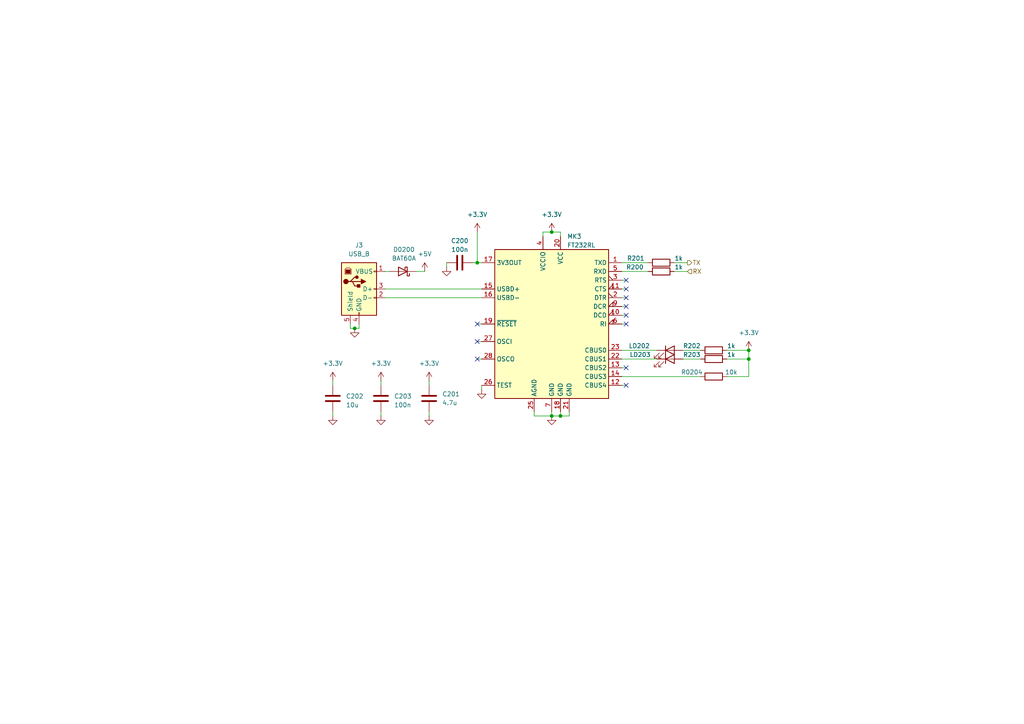
<source format=kicad_sch>
(kicad_sch
	(version 20250114)
	(generator "eeschema")
	(generator_version "9.0")
	(uuid "9f362a76-2cbc-4994-896b-5ac07228c9da")
	(paper "A4")
	(title_block
		(date "2025-02-23")
		(comment 1 "RS232")
		(comment 2 "Филимонов С.В.")
		(comment 3 "Семеренко Д.А.")
		(comment 4 "Тищенко Л.А.")
	)
	(lib_symbols
		(symbol "Connector:USB_B"
			(pin_names
				(offset 1.016)
			)
			(exclude_from_sim no)
			(in_bom yes)
			(on_board yes)
			(property "Reference" "J"
				(at -5.08 11.43 0)
				(effects
					(font
						(size 1.27 1.27)
					)
					(justify left)
				)
			)
			(property "Value" "USB_B"
				(at -5.08 8.89 0)
				(effects
					(font
						(size 1.27 1.27)
					)
					(justify left)
				)
			)
			(property "Footprint" ""
				(at 3.81 -1.27 0)
				(effects
					(font
						(size 1.27 1.27)
					)
					(hide yes)
				)
			)
			(property "Datasheet" "~"
				(at 3.81 -1.27 0)
				(effects
					(font
						(size 1.27 1.27)
					)
					(hide yes)
				)
			)
			(property "Description" "USB Type B connector"
				(at 0 0 0)
				(effects
					(font
						(size 1.27 1.27)
					)
					(hide yes)
				)
			)
			(property "ki_keywords" "connector USB"
				(at 0 0 0)
				(effects
					(font
						(size 1.27 1.27)
					)
					(hide yes)
				)
			)
			(property "ki_fp_filters" "USB*"
				(at 0 0 0)
				(effects
					(font
						(size 1.27 1.27)
					)
					(hide yes)
				)
			)
			(symbol "USB_B_0_1"
				(rectangle
					(start -5.08 -7.62)
					(end 5.08 7.62)
					(stroke
						(width 0.254)
						(type default)
					)
					(fill
						(type background)
					)
				)
				(polyline
					(pts
						(xy -4.064 4.318) (xy -2.286 4.318) (xy -2.286 5.715) (xy -2.667 6.096) (xy -3.683 6.096) (xy -4.064 5.715)
						(xy -4.064 4.318)
					)
					(stroke
						(width 0)
						(type default)
					)
					(fill
						(type none)
					)
				)
				(rectangle
					(start -3.81 5.588)
					(end -2.54 4.572)
					(stroke
						(width 0)
						(type default)
					)
					(fill
						(type outline)
					)
				)
				(circle
					(center -3.81 2.159)
					(radius 0.635)
					(stroke
						(width 0.254)
						(type default)
					)
					(fill
						(type outline)
					)
				)
				(polyline
					(pts
						(xy -3.175 2.159) (xy -2.54 2.159) (xy -1.27 3.429) (xy -0.635 3.429)
					)
					(stroke
						(width 0.254)
						(type default)
					)
					(fill
						(type none)
					)
				)
				(polyline
					(pts
						(xy -2.54 2.159) (xy -1.905 2.159) (xy -1.27 0.889) (xy 0 0.889)
					)
					(stroke
						(width 0.254)
						(type default)
					)
					(fill
						(type none)
					)
				)
				(polyline
					(pts
						(xy -1.905 2.159) (xy 0.635 2.159)
					)
					(stroke
						(width 0.254)
						(type default)
					)
					(fill
						(type none)
					)
				)
				(circle
					(center -0.635 3.429)
					(radius 0.381)
					(stroke
						(width 0.254)
						(type default)
					)
					(fill
						(type outline)
					)
				)
				(rectangle
					(start -0.127 -7.62)
					(end 0.127 -6.858)
					(stroke
						(width 0)
						(type default)
					)
					(fill
						(type none)
					)
				)
				(rectangle
					(start 0.254 1.27)
					(end -0.508 0.508)
					(stroke
						(width 0.254)
						(type default)
					)
					(fill
						(type outline)
					)
				)
				(polyline
					(pts
						(xy 0.635 2.794) (xy 0.635 1.524) (xy 1.905 2.159) (xy 0.635 2.794)
					)
					(stroke
						(width 0.254)
						(type default)
					)
					(fill
						(type outline)
					)
				)
				(rectangle
					(start 5.08 4.953)
					(end 4.318 5.207)
					(stroke
						(width 0)
						(type default)
					)
					(fill
						(type none)
					)
				)
				(rectangle
					(start 5.08 -0.127)
					(end 4.318 0.127)
					(stroke
						(width 0)
						(type default)
					)
					(fill
						(type none)
					)
				)
				(rectangle
					(start 5.08 -2.667)
					(end 4.318 -2.413)
					(stroke
						(width 0)
						(type default)
					)
					(fill
						(type none)
					)
				)
			)
			(symbol "USB_B_1_1"
				(pin passive line
					(at -2.54 -10.16 90)
					(length 2.54)
					(name "Shield"
						(effects
							(font
								(size 1.27 1.27)
							)
						)
					)
					(number "5"
						(effects
							(font
								(size 1.27 1.27)
							)
						)
					)
				)
				(pin power_out line
					(at 0 -10.16 90)
					(length 2.54)
					(name "GND"
						(effects
							(font
								(size 1.27 1.27)
							)
						)
					)
					(number "4"
						(effects
							(font
								(size 1.27 1.27)
							)
						)
					)
				)
				(pin power_out line
					(at 7.62 5.08 180)
					(length 2.54)
					(name "VBUS"
						(effects
							(font
								(size 1.27 1.27)
							)
						)
					)
					(number "1"
						(effects
							(font
								(size 1.27 1.27)
							)
						)
					)
				)
				(pin bidirectional line
					(at 7.62 0 180)
					(length 2.54)
					(name "D+"
						(effects
							(font
								(size 1.27 1.27)
							)
						)
					)
					(number "3"
						(effects
							(font
								(size 1.27 1.27)
							)
						)
					)
				)
				(pin bidirectional line
					(at 7.62 -2.54 180)
					(length 2.54)
					(name "D-"
						(effects
							(font
								(size 1.27 1.27)
							)
						)
					)
					(number "2"
						(effects
							(font
								(size 1.27 1.27)
							)
						)
					)
				)
			)
			(embedded_fonts no)
		)
		(symbol "Device:C"
			(pin_numbers
				(hide yes)
			)
			(pin_names
				(offset 0.254)
			)
			(exclude_from_sim no)
			(in_bom yes)
			(on_board yes)
			(property "Reference" "C"
				(at 0.635 2.54 0)
				(effects
					(font
						(size 1.27 1.27)
					)
					(justify left)
				)
			)
			(property "Value" "C"
				(at 0.635 -2.54 0)
				(effects
					(font
						(size 1.27 1.27)
					)
					(justify left)
				)
			)
			(property "Footprint" ""
				(at 0.9652 -3.81 0)
				(effects
					(font
						(size 1.27 1.27)
					)
					(hide yes)
				)
			)
			(property "Datasheet" "~"
				(at 0 0 0)
				(effects
					(font
						(size 1.27 1.27)
					)
					(hide yes)
				)
			)
			(property "Description" "Unpolarized capacitor"
				(at 0 0 0)
				(effects
					(font
						(size 1.27 1.27)
					)
					(hide yes)
				)
			)
			(property "ki_keywords" "cap capacitor"
				(at 0 0 0)
				(effects
					(font
						(size 1.27 1.27)
					)
					(hide yes)
				)
			)
			(property "ki_fp_filters" "C_*"
				(at 0 0 0)
				(effects
					(font
						(size 1.27 1.27)
					)
					(hide yes)
				)
			)
			(symbol "C_0_1"
				(polyline
					(pts
						(xy -2.032 0.762) (xy 2.032 0.762)
					)
					(stroke
						(width 0.508)
						(type default)
					)
					(fill
						(type none)
					)
				)
				(polyline
					(pts
						(xy -2.032 -0.762) (xy 2.032 -0.762)
					)
					(stroke
						(width 0.508)
						(type default)
					)
					(fill
						(type none)
					)
				)
			)
			(symbol "C_1_1"
				(pin passive line
					(at 0 3.81 270)
					(length 2.794)
					(name "~"
						(effects
							(font
								(size 1.27 1.27)
							)
						)
					)
					(number "1"
						(effects
							(font
								(size 1.27 1.27)
							)
						)
					)
				)
				(pin passive line
					(at 0 -3.81 90)
					(length 2.794)
					(name "~"
						(effects
							(font
								(size 1.27 1.27)
							)
						)
					)
					(number "2"
						(effects
							(font
								(size 1.27 1.27)
							)
						)
					)
				)
			)
			(embedded_fonts no)
		)
		(symbol "Device:LED"
			(pin_numbers
				(hide yes)
			)
			(pin_names
				(offset 1.016)
				(hide yes)
			)
			(exclude_from_sim no)
			(in_bom yes)
			(on_board yes)
			(property "Reference" "D"
				(at 0 2.54 0)
				(effects
					(font
						(size 1.27 1.27)
					)
				)
			)
			(property "Value" "LED"
				(at 0 -2.54 0)
				(effects
					(font
						(size 1.27 1.27)
					)
				)
			)
			(property "Footprint" ""
				(at 0 0 0)
				(effects
					(font
						(size 1.27 1.27)
					)
					(hide yes)
				)
			)
			(property "Datasheet" "~"
				(at 0 0 0)
				(effects
					(font
						(size 1.27 1.27)
					)
					(hide yes)
				)
			)
			(property "Description" "Light emitting diode"
				(at 0 0 0)
				(effects
					(font
						(size 1.27 1.27)
					)
					(hide yes)
				)
			)
			(property "ki_keywords" "LED diode"
				(at 0 0 0)
				(effects
					(font
						(size 1.27 1.27)
					)
					(hide yes)
				)
			)
			(property "ki_fp_filters" "LED* LED_SMD:* LED_THT:*"
				(at 0 0 0)
				(effects
					(font
						(size 1.27 1.27)
					)
					(hide yes)
				)
			)
			(symbol "LED_0_1"
				(polyline
					(pts
						(xy -3.048 -0.762) (xy -4.572 -2.286) (xy -3.81 -2.286) (xy -4.572 -2.286) (xy -4.572 -1.524)
					)
					(stroke
						(width 0)
						(type default)
					)
					(fill
						(type none)
					)
				)
				(polyline
					(pts
						(xy -1.778 -0.762) (xy -3.302 -2.286) (xy -2.54 -2.286) (xy -3.302 -2.286) (xy -3.302 -1.524)
					)
					(stroke
						(width 0)
						(type default)
					)
					(fill
						(type none)
					)
				)
				(polyline
					(pts
						(xy -1.27 0) (xy 1.27 0)
					)
					(stroke
						(width 0)
						(type default)
					)
					(fill
						(type none)
					)
				)
				(polyline
					(pts
						(xy -1.27 -1.27) (xy -1.27 1.27)
					)
					(stroke
						(width 0.254)
						(type default)
					)
					(fill
						(type none)
					)
				)
				(polyline
					(pts
						(xy 1.27 -1.27) (xy 1.27 1.27) (xy -1.27 0) (xy 1.27 -1.27)
					)
					(stroke
						(width 0.254)
						(type default)
					)
					(fill
						(type none)
					)
				)
			)
			(symbol "LED_1_1"
				(pin passive line
					(at -3.81 0 0)
					(length 2.54)
					(name "K"
						(effects
							(font
								(size 1.27 1.27)
							)
						)
					)
					(number "1"
						(effects
							(font
								(size 1.27 1.27)
							)
						)
					)
				)
				(pin passive line
					(at 3.81 0 180)
					(length 2.54)
					(name "A"
						(effects
							(font
								(size 1.27 1.27)
							)
						)
					)
					(number "2"
						(effects
							(font
								(size 1.27 1.27)
							)
						)
					)
				)
			)
			(embedded_fonts no)
		)
		(symbol "Device:R"
			(pin_numbers
				(hide yes)
			)
			(pin_names
				(offset 0)
			)
			(exclude_from_sim no)
			(in_bom yes)
			(on_board yes)
			(property "Reference" "R"
				(at 2.032 0 90)
				(effects
					(font
						(size 1.27 1.27)
					)
				)
			)
			(property "Value" "R"
				(at 0 0 90)
				(effects
					(font
						(size 1.27 1.27)
					)
				)
			)
			(property "Footprint" ""
				(at -1.778 0 90)
				(effects
					(font
						(size 1.27 1.27)
					)
					(hide yes)
				)
			)
			(property "Datasheet" "~"
				(at 0 0 0)
				(effects
					(font
						(size 1.27 1.27)
					)
					(hide yes)
				)
			)
			(property "Description" "Resistor"
				(at 0 0 0)
				(effects
					(font
						(size 1.27 1.27)
					)
					(hide yes)
				)
			)
			(property "ki_keywords" "R res resistor"
				(at 0 0 0)
				(effects
					(font
						(size 1.27 1.27)
					)
					(hide yes)
				)
			)
			(property "ki_fp_filters" "R_*"
				(at 0 0 0)
				(effects
					(font
						(size 1.27 1.27)
					)
					(hide yes)
				)
			)
			(symbol "R_0_1"
				(rectangle
					(start -1.016 -2.54)
					(end 1.016 2.54)
					(stroke
						(width 0.254)
						(type default)
					)
					(fill
						(type none)
					)
				)
			)
			(symbol "R_1_1"
				(pin passive line
					(at 0 3.81 270)
					(length 1.27)
					(name "~"
						(effects
							(font
								(size 1.27 1.27)
							)
						)
					)
					(number "1"
						(effects
							(font
								(size 1.27 1.27)
							)
						)
					)
				)
				(pin passive line
					(at 0 -3.81 90)
					(length 1.27)
					(name "~"
						(effects
							(font
								(size 1.27 1.27)
							)
						)
					)
					(number "2"
						(effects
							(font
								(size 1.27 1.27)
							)
						)
					)
				)
			)
			(embedded_fonts no)
		)
		(symbol "Diode:BAT60A"
			(pin_numbers
				(hide yes)
			)
			(pin_names
				(offset 1.016)
				(hide yes)
			)
			(exclude_from_sim no)
			(in_bom yes)
			(on_board yes)
			(property "Reference" "D"
				(at 0 2.54 0)
				(effects
					(font
						(size 1.27 1.27)
					)
				)
			)
			(property "Value" "BAT60A"
				(at 0 -2.54 0)
				(effects
					(font
						(size 1.27 1.27)
					)
				)
			)
			(property "Footprint" "Diode_SMD:D_SOD-323"
				(at 0 -4.445 0)
				(effects
					(font
						(size 1.27 1.27)
					)
					(hide yes)
				)
			)
			(property "Datasheet" "https://www.infineon.com/dgdl/Infineon-BAT60ASERIES-DS-v01_01-en.pdf?fileId=db3a304313d846880113def70c9304a9"
				(at 0 0 0)
				(effects
					(font
						(size 1.27 1.27)
					)
					(hide yes)
				)
			)
			(property "Description" "10V 3A High Current Recitifier Schottky Diode, SOD-323"
				(at 0 0 0)
				(effects
					(font
						(size 1.27 1.27)
					)
					(hide yes)
				)
			)
			(property "ki_keywords" "diode Schottky"
				(at 0 0 0)
				(effects
					(font
						(size 1.27 1.27)
					)
					(hide yes)
				)
			)
			(property "ki_fp_filters" "D*SOD?323*"
				(at 0 0 0)
				(effects
					(font
						(size 1.27 1.27)
					)
					(hide yes)
				)
			)
			(symbol "BAT60A_0_1"
				(polyline
					(pts
						(xy -1.905 0.635) (xy -1.905 1.27) (xy -1.27 1.27) (xy -1.27 -1.27) (xy -0.635 -1.27) (xy -0.635 -0.635)
					)
					(stroke
						(width 0.254)
						(type default)
					)
					(fill
						(type none)
					)
				)
				(polyline
					(pts
						(xy 1.27 1.27) (xy 1.27 -1.27) (xy -1.27 0) (xy 1.27 1.27)
					)
					(stroke
						(width 0.254)
						(type default)
					)
					(fill
						(type none)
					)
				)
				(polyline
					(pts
						(xy 1.27 0) (xy -1.27 0)
					)
					(stroke
						(width 0)
						(type default)
					)
					(fill
						(type none)
					)
				)
			)
			(symbol "BAT60A_1_1"
				(pin passive line
					(at -3.81 0 0)
					(length 2.54)
					(name "K"
						(effects
							(font
								(size 1.27 1.27)
							)
						)
					)
					(number "1"
						(effects
							(font
								(size 1.27 1.27)
							)
						)
					)
				)
				(pin passive line
					(at 3.81 0 180)
					(length 2.54)
					(name "A"
						(effects
							(font
								(size 1.27 1.27)
							)
						)
					)
					(number "2"
						(effects
							(font
								(size 1.27 1.27)
							)
						)
					)
				)
			)
			(embedded_fonts no)
		)
		(symbol "Interface_USB:FT232RL"
			(exclude_from_sim no)
			(in_bom yes)
			(on_board yes)
			(property "Reference" "U"
				(at -16.51 22.86 0)
				(effects
					(font
						(size 1.27 1.27)
					)
					(justify left)
				)
			)
			(property "Value" "FT232RL"
				(at 10.16 22.86 0)
				(effects
					(font
						(size 1.27 1.27)
					)
					(justify left)
				)
			)
			(property "Footprint" "Package_SO:SSOP-28_5.3x10.2mm_P0.65mm"
				(at 27.94 -22.86 0)
				(effects
					(font
						(size 1.27 1.27)
					)
					(hide yes)
				)
			)
			(property "Datasheet" "https://www.ftdichip.com/Support/Documents/DataSheets/ICs/DS_FT232R.pdf"
				(at 0 0 0)
				(effects
					(font
						(size 1.27 1.27)
					)
					(hide yes)
				)
			)
			(property "Description" "USB to Serial Interface, SSOP-28"
				(at 0 0 0)
				(effects
					(font
						(size 1.27 1.27)
					)
					(hide yes)
				)
			)
			(property "ki_keywords" "FTDI USB Serial"
				(at 0 0 0)
				(effects
					(font
						(size 1.27 1.27)
					)
					(hide yes)
				)
			)
			(property "ki_fp_filters" "SSOP*5.3x10.2mm*P0.65mm*"
				(at 0 0 0)
				(effects
					(font
						(size 1.27 1.27)
					)
					(hide yes)
				)
			)
			(symbol "FT232RL_0_1"
				(rectangle
					(start -16.51 21.59)
					(end 16.51 -21.59)
					(stroke
						(width 0.254)
						(type default)
					)
					(fill
						(type background)
					)
				)
			)
			(symbol "FT232RL_1_1"
				(pin power_out line
					(at -20.32 17.78 0)
					(length 3.81)
					(name "3V3OUT"
						(effects
							(font
								(size 1.27 1.27)
							)
						)
					)
					(number "17"
						(effects
							(font
								(size 1.27 1.27)
							)
						)
					)
				)
				(pin bidirectional line
					(at -20.32 10.16 0)
					(length 3.81)
					(name "USBD+"
						(effects
							(font
								(size 1.27 1.27)
							)
						)
					)
					(number "15"
						(effects
							(font
								(size 1.27 1.27)
							)
						)
					)
				)
				(pin bidirectional line
					(at -20.32 7.62 0)
					(length 3.81)
					(name "USBD-"
						(effects
							(font
								(size 1.27 1.27)
							)
						)
					)
					(number "16"
						(effects
							(font
								(size 1.27 1.27)
							)
						)
					)
				)
				(pin input line
					(at -20.32 0 0)
					(length 3.81)
					(name "~{RESET}"
						(effects
							(font
								(size 1.27 1.27)
							)
						)
					)
					(number "19"
						(effects
							(font
								(size 1.27 1.27)
							)
						)
					)
				)
				(pin input line
					(at -20.32 -5.08 0)
					(length 3.81)
					(name "OSCI"
						(effects
							(font
								(size 1.27 1.27)
							)
						)
					)
					(number "27"
						(effects
							(font
								(size 1.27 1.27)
							)
						)
					)
				)
				(pin output line
					(at -20.32 -10.16 0)
					(length 3.81)
					(name "OSCO"
						(effects
							(font
								(size 1.27 1.27)
							)
						)
					)
					(number "28"
						(effects
							(font
								(size 1.27 1.27)
							)
						)
					)
				)
				(pin input line
					(at -20.32 -17.78 0)
					(length 3.81)
					(name "TEST"
						(effects
							(font
								(size 1.27 1.27)
							)
						)
					)
					(number "26"
						(effects
							(font
								(size 1.27 1.27)
							)
						)
					)
				)
				(pin power_in line
					(at -5.08 -25.4 90)
					(length 3.81)
					(name "AGND"
						(effects
							(font
								(size 1.27 1.27)
							)
						)
					)
					(number "25"
						(effects
							(font
								(size 1.27 1.27)
							)
						)
					)
				)
				(pin power_in line
					(at -2.54 25.4 270)
					(length 3.81)
					(name "VCCIO"
						(effects
							(font
								(size 1.27 1.27)
							)
						)
					)
					(number "4"
						(effects
							(font
								(size 1.27 1.27)
							)
						)
					)
				)
				(pin power_in line
					(at 0 -25.4 90)
					(length 3.81)
					(name "GND"
						(effects
							(font
								(size 1.27 1.27)
							)
						)
					)
					(number "7"
						(effects
							(font
								(size 1.27 1.27)
							)
						)
					)
				)
				(pin power_in line
					(at 2.54 25.4 270)
					(length 3.81)
					(name "VCC"
						(effects
							(font
								(size 1.27 1.27)
							)
						)
					)
					(number "20"
						(effects
							(font
								(size 1.27 1.27)
							)
						)
					)
				)
				(pin power_in line
					(at 2.54 -25.4 90)
					(length 3.81)
					(name "GND"
						(effects
							(font
								(size 1.27 1.27)
							)
						)
					)
					(number "18"
						(effects
							(font
								(size 1.27 1.27)
							)
						)
					)
				)
				(pin power_in line
					(at 5.08 -25.4 90)
					(length 3.81)
					(name "GND"
						(effects
							(font
								(size 1.27 1.27)
							)
						)
					)
					(number "21"
						(effects
							(font
								(size 1.27 1.27)
							)
						)
					)
				)
				(pin output line
					(at 20.32 17.78 180)
					(length 3.81)
					(name "TXD"
						(effects
							(font
								(size 1.27 1.27)
							)
						)
					)
					(number "1"
						(effects
							(font
								(size 1.27 1.27)
							)
						)
					)
				)
				(pin input line
					(at 20.32 15.24 180)
					(length 3.81)
					(name "RXD"
						(effects
							(font
								(size 1.27 1.27)
							)
						)
					)
					(number "5"
						(effects
							(font
								(size 1.27 1.27)
							)
						)
					)
				)
				(pin output output_low
					(at 20.32 12.7 180)
					(length 3.81)
					(name "RTS"
						(effects
							(font
								(size 1.27 1.27)
							)
						)
					)
					(number "3"
						(effects
							(font
								(size 1.27 1.27)
							)
						)
					)
				)
				(pin input input_low
					(at 20.32 10.16 180)
					(length 3.81)
					(name "CTS"
						(effects
							(font
								(size 1.27 1.27)
							)
						)
					)
					(number "11"
						(effects
							(font
								(size 1.27 1.27)
							)
						)
					)
				)
				(pin output output_low
					(at 20.32 7.62 180)
					(length 3.81)
					(name "DTR"
						(effects
							(font
								(size 1.27 1.27)
							)
						)
					)
					(number "2"
						(effects
							(font
								(size 1.27 1.27)
							)
						)
					)
				)
				(pin input input_low
					(at 20.32 5.08 180)
					(length 3.81)
					(name "DCR"
						(effects
							(font
								(size 1.27 1.27)
							)
						)
					)
					(number "9"
						(effects
							(font
								(size 1.27 1.27)
							)
						)
					)
				)
				(pin input input_low
					(at 20.32 2.54 180)
					(length 3.81)
					(name "DCD"
						(effects
							(font
								(size 1.27 1.27)
							)
						)
					)
					(number "10"
						(effects
							(font
								(size 1.27 1.27)
							)
						)
					)
				)
				(pin input input_low
					(at 20.32 0 180)
					(length 3.81)
					(name "RI"
						(effects
							(font
								(size 1.27 1.27)
							)
						)
					)
					(number "6"
						(effects
							(font
								(size 1.27 1.27)
							)
						)
					)
				)
				(pin bidirectional line
					(at 20.32 -7.62 180)
					(length 3.81)
					(name "CBUS0"
						(effects
							(font
								(size 1.27 1.27)
							)
						)
					)
					(number "23"
						(effects
							(font
								(size 1.27 1.27)
							)
						)
					)
				)
				(pin bidirectional line
					(at 20.32 -10.16 180)
					(length 3.81)
					(name "CBUS1"
						(effects
							(font
								(size 1.27 1.27)
							)
						)
					)
					(number "22"
						(effects
							(font
								(size 1.27 1.27)
							)
						)
					)
				)
				(pin bidirectional line
					(at 20.32 -12.7 180)
					(length 3.81)
					(name "CBUS2"
						(effects
							(font
								(size 1.27 1.27)
							)
						)
					)
					(number "13"
						(effects
							(font
								(size 1.27 1.27)
							)
						)
					)
				)
				(pin bidirectional line
					(at 20.32 -15.24 180)
					(length 3.81)
					(name "CBUS3"
						(effects
							(font
								(size 1.27 1.27)
							)
						)
					)
					(number "14"
						(effects
							(font
								(size 1.27 1.27)
							)
						)
					)
				)
				(pin bidirectional line
					(at 20.32 -17.78 180)
					(length 3.81)
					(name "CBUS4"
						(effects
							(font
								(size 1.27 1.27)
							)
						)
					)
					(number "12"
						(effects
							(font
								(size 1.27 1.27)
							)
						)
					)
				)
			)
			(embedded_fonts no)
		)
		(symbol "power:+3.3V"
			(power)
			(pin_numbers
				(hide yes)
			)
			(pin_names
				(offset 0)
				(hide yes)
			)
			(exclude_from_sim no)
			(in_bom yes)
			(on_board yes)
			(property "Reference" "#PWR"
				(at 0 -3.81 0)
				(effects
					(font
						(size 1.27 1.27)
					)
					(hide yes)
				)
			)
			(property "Value" "+3.3V"
				(at 0 3.556 0)
				(effects
					(font
						(size 1.27 1.27)
					)
				)
			)
			(property "Footprint" ""
				(at 0 0 0)
				(effects
					(font
						(size 1.27 1.27)
					)
					(hide yes)
				)
			)
			(property "Datasheet" ""
				(at 0 0 0)
				(effects
					(font
						(size 1.27 1.27)
					)
					(hide yes)
				)
			)
			(property "Description" "Power symbol creates a global label with name \"+3.3V\""
				(at 0 0 0)
				(effects
					(font
						(size 1.27 1.27)
					)
					(hide yes)
				)
			)
			(property "ki_keywords" "global power"
				(at 0 0 0)
				(effects
					(font
						(size 1.27 1.27)
					)
					(hide yes)
				)
			)
			(symbol "+3.3V_0_1"
				(polyline
					(pts
						(xy -0.762 1.27) (xy 0 2.54)
					)
					(stroke
						(width 0)
						(type default)
					)
					(fill
						(type none)
					)
				)
				(polyline
					(pts
						(xy 0 2.54) (xy 0.762 1.27)
					)
					(stroke
						(width 0)
						(type default)
					)
					(fill
						(type none)
					)
				)
				(polyline
					(pts
						(xy 0 0) (xy 0 2.54)
					)
					(stroke
						(width 0)
						(type default)
					)
					(fill
						(type none)
					)
				)
			)
			(symbol "+3.3V_1_1"
				(pin power_in line
					(at 0 0 90)
					(length 0)
					(name "~"
						(effects
							(font
								(size 1.27 1.27)
							)
						)
					)
					(number "1"
						(effects
							(font
								(size 1.27 1.27)
							)
						)
					)
				)
			)
			(embedded_fonts no)
		)
		(symbol "power:+5V"
			(power)
			(pin_numbers
				(hide yes)
			)
			(pin_names
				(offset 0)
				(hide yes)
			)
			(exclude_from_sim no)
			(in_bom yes)
			(on_board yes)
			(property "Reference" "#PWR"
				(at 0 -3.81 0)
				(effects
					(font
						(size 1.27 1.27)
					)
					(hide yes)
				)
			)
			(property "Value" "+5V"
				(at 0 3.556 0)
				(effects
					(font
						(size 1.27 1.27)
					)
				)
			)
			(property "Footprint" ""
				(at 0 0 0)
				(effects
					(font
						(size 1.27 1.27)
					)
					(hide yes)
				)
			)
			(property "Datasheet" ""
				(at 0 0 0)
				(effects
					(font
						(size 1.27 1.27)
					)
					(hide yes)
				)
			)
			(property "Description" "Power symbol creates a global label with name \"+5V\""
				(at 0 0 0)
				(effects
					(font
						(size 1.27 1.27)
					)
					(hide yes)
				)
			)
			(property "ki_keywords" "global power"
				(at 0 0 0)
				(effects
					(font
						(size 1.27 1.27)
					)
					(hide yes)
				)
			)
			(symbol "+5V_0_1"
				(polyline
					(pts
						(xy -0.762 1.27) (xy 0 2.54)
					)
					(stroke
						(width 0)
						(type default)
					)
					(fill
						(type none)
					)
				)
				(polyline
					(pts
						(xy 0 2.54) (xy 0.762 1.27)
					)
					(stroke
						(width 0)
						(type default)
					)
					(fill
						(type none)
					)
				)
				(polyline
					(pts
						(xy 0 0) (xy 0 2.54)
					)
					(stroke
						(width 0)
						(type default)
					)
					(fill
						(type none)
					)
				)
			)
			(symbol "+5V_1_1"
				(pin power_in line
					(at 0 0 90)
					(length 0)
					(name "~"
						(effects
							(font
								(size 1.27 1.27)
							)
						)
					)
					(number "1"
						(effects
							(font
								(size 1.27 1.27)
							)
						)
					)
				)
			)
			(embedded_fonts no)
		)
		(symbol "power:GND"
			(power)
			(pin_numbers
				(hide yes)
			)
			(pin_names
				(offset 0)
				(hide yes)
			)
			(exclude_from_sim no)
			(in_bom yes)
			(on_board yes)
			(property "Reference" "#PWR"
				(at 0 -6.35 0)
				(effects
					(font
						(size 1.27 1.27)
					)
					(hide yes)
				)
			)
			(property "Value" "GND"
				(at 0 -3.81 0)
				(effects
					(font
						(size 1.27 1.27)
					)
				)
			)
			(property "Footprint" ""
				(at 0 0 0)
				(effects
					(font
						(size 1.27 1.27)
					)
					(hide yes)
				)
			)
			(property "Datasheet" ""
				(at 0 0 0)
				(effects
					(font
						(size 1.27 1.27)
					)
					(hide yes)
				)
			)
			(property "Description" "Power symbol creates a global label with name \"GND\" , ground"
				(at 0 0 0)
				(effects
					(font
						(size 1.27 1.27)
					)
					(hide yes)
				)
			)
			(property "ki_keywords" "global power"
				(at 0 0 0)
				(effects
					(font
						(size 1.27 1.27)
					)
					(hide yes)
				)
			)
			(symbol "GND_0_1"
				(polyline
					(pts
						(xy 0 0) (xy 0 -1.27) (xy 1.27 -1.27) (xy 0 -2.54) (xy -1.27 -1.27) (xy 0 -1.27)
					)
					(stroke
						(width 0)
						(type default)
					)
					(fill
						(type none)
					)
				)
			)
			(symbol "GND_1_1"
				(pin power_in line
					(at 0 0 270)
					(length 0)
					(name "~"
						(effects
							(font
								(size 1.27 1.27)
							)
						)
					)
					(number "1"
						(effects
							(font
								(size 1.27 1.27)
							)
						)
					)
				)
			)
			(embedded_fonts no)
		)
	)
	(junction
		(at 217.17 104.14)
		(diameter 0)
		(color 0 0 0 0)
		(uuid "48570531-db7e-4c69-af56-8fb87e7e63e2")
	)
	(junction
		(at 217.17 101.6)
		(diameter 0)
		(color 0 0 0 0)
		(uuid "7575b918-dc70-4f85-9b2f-f25a3552b126")
	)
	(junction
		(at 162.56 120.65)
		(diameter 0)
		(color 0 0 0 0)
		(uuid "8abf8d30-4175-4446-a40e-0668414ea5a4")
	)
	(junction
		(at 160.02 120.65)
		(diameter 0)
		(color 0 0 0 0)
		(uuid "9b43f028-f38f-49cb-a651-a336235e2691")
	)
	(junction
		(at 138.43 76.2)
		(diameter 0)
		(color 0 0 0 0)
		(uuid "dd5b1b8e-5695-4ff0-a221-85c49e67915c")
	)
	(junction
		(at 102.87 95.25)
		(diameter 0)
		(color 0 0 0 0)
		(uuid "e663b56d-f8cd-469b-8d20-9ace7a0b8643")
	)
	(junction
		(at 160.02 67.31)
		(diameter 0)
		(color 0 0 0 0)
		(uuid "fc2289e3-9a01-496e-9fce-d2f6203f565c")
	)
	(no_connect
		(at 181.61 83.82)
		(uuid "210e0305-9e3f-41ca-99a8-45636589f1c4")
	)
	(no_connect
		(at 138.43 93.98)
		(uuid "33e9bf9e-f585-48e2-8985-ca8244a61683")
	)
	(no_connect
		(at 138.43 104.14)
		(uuid "38febeea-f87f-4c20-a713-8acee936da4a")
	)
	(no_connect
		(at 181.61 91.44)
		(uuid "4d85739c-b1b3-4ca9-9434-dfd09a716cd5")
	)
	(no_connect
		(at 181.61 88.9)
		(uuid "7c6bef2f-0455-407d-898b-8e15ca5a94dc")
	)
	(no_connect
		(at 181.61 106.68)
		(uuid "9df3174b-b629-41f3-b225-7afaf70263b8")
	)
	(no_connect
		(at 181.61 111.76)
		(uuid "beea3c7b-9ff0-4249-ab14-befa43766848")
	)
	(no_connect
		(at 181.61 81.28)
		(uuid "c1a59835-ff2e-44fa-84bd-547b7771a645")
	)
	(no_connect
		(at 138.43 99.06)
		(uuid "e57f8e46-60ca-4e38-869a-f7652eabd6c6")
	)
	(no_connect
		(at 181.61 93.98)
		(uuid "e9f84169-1ec1-409f-b35c-4f9107c425e9")
	)
	(no_connect
		(at 181.61 86.36)
		(uuid "fd421e6a-60a7-4b9f-95f1-2c71316f3453")
	)
	(wire
		(pts
			(xy 138.43 104.14) (xy 139.7 104.14)
		)
		(stroke
			(width 0)
			(type default)
		)
		(uuid "15df4890-2297-4656-8e31-ebc486c38426")
	)
	(wire
		(pts
			(xy 180.34 91.44) (xy 181.61 91.44)
		)
		(stroke
			(width 0)
			(type default)
		)
		(uuid "1c779514-61e9-4954-9a08-3caaada0e2de")
	)
	(wire
		(pts
			(xy 180.34 83.82) (xy 181.61 83.82)
		)
		(stroke
			(width 0)
			(type default)
		)
		(uuid "1d7d9a8f-6a42-47b0-af1d-9c94a28aff08")
	)
	(wire
		(pts
			(xy 160.02 120.65) (xy 162.56 120.65)
		)
		(stroke
			(width 0)
			(type default)
		)
		(uuid "1ec9a630-9398-4748-b2c0-4f25bb51c504")
	)
	(wire
		(pts
			(xy 162.56 119.38) (xy 162.56 120.65)
		)
		(stroke
			(width 0)
			(type default)
		)
		(uuid "1f687b42-b46c-4001-af5e-e41ad014a59f")
	)
	(wire
		(pts
			(xy 210.82 104.14) (xy 217.17 104.14)
		)
		(stroke
			(width 0)
			(type default)
		)
		(uuid "20a63779-1c77-4703-a553-9a66be35d845")
	)
	(wire
		(pts
			(xy 165.1 119.38) (xy 165.1 120.65)
		)
		(stroke
			(width 0)
			(type default)
		)
		(uuid "24763e97-9227-43c2-96b6-037447ebd358")
	)
	(wire
		(pts
			(xy 110.49 110.49) (xy 110.49 111.76)
		)
		(stroke
			(width 0)
			(type default)
		)
		(uuid "24f8392d-189d-4788-8d3f-f922d3bf5785")
	)
	(wire
		(pts
			(xy 124.46 110.49) (xy 124.46 111.76)
		)
		(stroke
			(width 0)
			(type default)
		)
		(uuid "2788e2b9-c40a-4e89-a367-e6d39911f936")
	)
	(wire
		(pts
			(xy 96.52 119.38) (xy 96.52 120.65)
		)
		(stroke
			(width 0)
			(type default)
		)
		(uuid "2c6843cb-9274-461d-9e60-63da32c025cb")
	)
	(wire
		(pts
			(xy 138.43 99.06) (xy 139.7 99.06)
		)
		(stroke
			(width 0)
			(type default)
		)
		(uuid "2f5ee93d-9a7a-404a-94d9-a2849c497e32")
	)
	(wire
		(pts
			(xy 139.7 111.76) (xy 139.7 113.03)
		)
		(stroke
			(width 0)
			(type default)
		)
		(uuid "35f3b66f-a375-4926-a4eb-514d96c5a2f4")
	)
	(wire
		(pts
			(xy 217.17 101.6) (xy 217.17 104.14)
		)
		(stroke
			(width 0)
			(type default)
		)
		(uuid "36cce236-2f0d-4092-9a46-ed067b62207c")
	)
	(wire
		(pts
			(xy 180.34 78.74) (xy 187.96 78.74)
		)
		(stroke
			(width 0)
			(type default)
		)
		(uuid "3a3a6be3-c4cd-4044-802b-dc320df871c7")
	)
	(wire
		(pts
			(xy 180.34 93.98) (xy 181.61 93.98)
		)
		(stroke
			(width 0)
			(type default)
		)
		(uuid "3f0cb5d9-6f2d-4e12-abbf-78288a4a2021")
	)
	(wire
		(pts
			(xy 111.76 78.74) (xy 113.03 78.74)
		)
		(stroke
			(width 0)
			(type default)
		)
		(uuid "4415a305-701f-4762-8013-b4f7063033b0")
	)
	(wire
		(pts
			(xy 180.34 111.76) (xy 181.61 111.76)
		)
		(stroke
			(width 0)
			(type default)
		)
		(uuid "441f6e7d-f2df-45ce-907d-d7cf601e3302")
	)
	(wire
		(pts
			(xy 180.34 86.36) (xy 181.61 86.36)
		)
		(stroke
			(width 0)
			(type default)
		)
		(uuid "442faba9-4831-4481-b4ae-52eadb7a64c2")
	)
	(wire
		(pts
			(xy 180.34 76.2) (xy 187.96 76.2)
		)
		(stroke
			(width 0)
			(type default)
		)
		(uuid "47d7972b-5077-48ad-9a3d-a8e4bef85a79")
	)
	(wire
		(pts
			(xy 160.02 119.38) (xy 160.02 120.65)
		)
		(stroke
			(width 0)
			(type default)
		)
		(uuid "4a24e1c2-f5ac-4b51-bc89-2aee17816ab9")
	)
	(wire
		(pts
			(xy 165.1 120.65) (xy 162.56 120.65)
		)
		(stroke
			(width 0)
			(type default)
		)
		(uuid "4c306028-711e-4eeb-9572-b4be1209b1f9")
	)
	(wire
		(pts
			(xy 104.14 95.25) (xy 104.14 93.98)
		)
		(stroke
			(width 0)
			(type default)
		)
		(uuid "50f4a720-2ed2-4e6e-804f-ce7af0ef2c08")
	)
	(wire
		(pts
			(xy 129.54 77.47) (xy 129.54 76.2)
		)
		(stroke
			(width 0)
			(type default)
		)
		(uuid "57a95d01-c03d-4d8d-852b-36733b052b3c")
	)
	(wire
		(pts
			(xy 154.94 120.65) (xy 160.02 120.65)
		)
		(stroke
			(width 0)
			(type default)
		)
		(uuid "57c42107-5c3e-4e01-bcde-7f8f71a30b88")
	)
	(wire
		(pts
			(xy 162.56 67.31) (xy 162.56 68.58)
		)
		(stroke
			(width 0)
			(type default)
		)
		(uuid "5ed88314-2f12-4b0c-b716-13e6db94a59b")
	)
	(wire
		(pts
			(xy 180.34 104.14) (xy 190.5 104.14)
		)
		(stroke
			(width 0)
			(type default)
		)
		(uuid "66cce29e-44f7-477f-9624-3e177c5a3f81")
	)
	(wire
		(pts
			(xy 195.58 78.74) (xy 199.39 78.74)
		)
		(stroke
			(width 0)
			(type default)
		)
		(uuid "7237555a-6564-40f9-9a1f-349470dbed78")
	)
	(wire
		(pts
			(xy 160.02 67.31) (xy 162.56 67.31)
		)
		(stroke
			(width 0)
			(type default)
		)
		(uuid "7451bea6-8fba-4714-a93a-8b16150be8e1")
	)
	(wire
		(pts
			(xy 137.16 76.2) (xy 138.43 76.2)
		)
		(stroke
			(width 0)
			(type default)
		)
		(uuid "7817f4dd-eecf-4a9a-ad55-188c288d3ea7")
	)
	(wire
		(pts
			(xy 180.34 81.28) (xy 181.61 81.28)
		)
		(stroke
			(width 0)
			(type default)
		)
		(uuid "7b01ef42-3e9d-4ef0-8909-7653943b706e")
	)
	(wire
		(pts
			(xy 180.34 88.9) (xy 181.61 88.9)
		)
		(stroke
			(width 0)
			(type default)
		)
		(uuid "8aa80bfc-76f5-41fe-88ef-1e6e7d74db25")
	)
	(wire
		(pts
			(xy 217.17 109.22) (xy 217.17 104.14)
		)
		(stroke
			(width 0)
			(type default)
		)
		(uuid "8bacdcbc-5b3f-4e16-b9b8-6ea4e06935d6")
	)
	(wire
		(pts
			(xy 198.12 101.6) (xy 203.2 101.6)
		)
		(stroke
			(width 0)
			(type default)
		)
		(uuid "926d396d-2608-4e10-bf5e-f356ab1528be")
	)
	(wire
		(pts
			(xy 101.6 93.98) (xy 101.6 95.25)
		)
		(stroke
			(width 0)
			(type default)
		)
		(uuid "9601fc4b-6f9d-47de-b33b-ac6d13758742")
	)
	(wire
		(pts
			(xy 154.94 119.38) (xy 154.94 120.65)
		)
		(stroke
			(width 0)
			(type default)
		)
		(uuid "9d101e11-0e04-4cc2-9d23-c85b1273f17f")
	)
	(wire
		(pts
			(xy 101.6 95.25) (xy 102.87 95.25)
		)
		(stroke
			(width 0)
			(type default)
		)
		(uuid "a026c1aa-8860-40e5-8b97-64cb17c612f6")
	)
	(wire
		(pts
			(xy 180.34 109.22) (xy 203.2 109.22)
		)
		(stroke
			(width 0)
			(type default)
		)
		(uuid "a04fb865-d190-4619-b31e-e3ae964fdea2")
	)
	(wire
		(pts
			(xy 110.49 119.38) (xy 110.49 120.65)
		)
		(stroke
			(width 0)
			(type default)
		)
		(uuid "a0df10f5-0155-4176-a073-3a8daaed1fc6")
	)
	(wire
		(pts
			(xy 124.46 119.38) (xy 124.46 120.65)
		)
		(stroke
			(width 0)
			(type default)
		)
		(uuid "a2b63b82-c05a-4663-81ce-0d2d54744a9a")
	)
	(wire
		(pts
			(xy 210.82 101.6) (xy 217.17 101.6)
		)
		(stroke
			(width 0)
			(type default)
		)
		(uuid "ab0dfc2e-72c0-4373-9364-d84a0cc2dd71")
	)
	(wire
		(pts
			(xy 180.34 106.68) (xy 181.61 106.68)
		)
		(stroke
			(width 0)
			(type default)
		)
		(uuid "b4c5b507-2a0b-459f-9ea1-5d3fe42164a1")
	)
	(wire
		(pts
			(xy 120.65 78.74) (xy 123.19 78.74)
		)
		(stroke
			(width 0)
			(type default)
		)
		(uuid "b6bb1eae-d2c6-4fb4-81f9-3178a655a085")
	)
	(wire
		(pts
			(xy 195.58 76.2) (xy 199.39 76.2)
		)
		(stroke
			(width 0)
			(type default)
		)
		(uuid "bee99ba4-1a57-406a-9ea9-342e5a69738d")
	)
	(wire
		(pts
			(xy 157.48 68.58) (xy 157.48 67.31)
		)
		(stroke
			(width 0)
			(type default)
		)
		(uuid "c91a5b03-1b0a-4002-8e69-1a0f5a5f111f")
	)
	(wire
		(pts
			(xy 111.76 83.82) (xy 139.7 83.82)
		)
		(stroke
			(width 0)
			(type default)
		)
		(uuid "d0725aa7-3d0d-46a0-baa3-e6b105c95ab2")
	)
	(wire
		(pts
			(xy 138.43 67.31) (xy 138.43 76.2)
		)
		(stroke
			(width 0)
			(type default)
		)
		(uuid "e18d808b-8b3a-4f18-8417-d9366d86e04e")
	)
	(wire
		(pts
			(xy 198.12 104.14) (xy 203.2 104.14)
		)
		(stroke
			(width 0)
			(type default)
		)
		(uuid "e285522e-02b0-4412-a645-417f0a76ba17")
	)
	(wire
		(pts
			(xy 157.48 67.31) (xy 160.02 67.31)
		)
		(stroke
			(width 0)
			(type default)
		)
		(uuid "e7c598b0-bfc0-425f-b913-3276fc02294f")
	)
	(wire
		(pts
			(xy 138.43 76.2) (xy 139.7 76.2)
		)
		(stroke
			(width 0)
			(type default)
		)
		(uuid "e9777eec-11c4-4737-ba06-d6112f83f5d3")
	)
	(wire
		(pts
			(xy 102.87 95.25) (xy 104.14 95.25)
		)
		(stroke
			(width 0)
			(type default)
		)
		(uuid "e978be76-a130-450e-a79e-e012cd85dbdd")
	)
	(wire
		(pts
			(xy 111.76 86.36) (xy 139.7 86.36)
		)
		(stroke
			(width 0)
			(type default)
		)
		(uuid "ee04b81f-190f-4710-8eee-a008185f9585")
	)
	(wire
		(pts
			(xy 96.52 110.49) (xy 96.52 111.76)
		)
		(stroke
			(width 0)
			(type default)
		)
		(uuid "f176b4cc-40b6-4479-a721-b5f7b0d4b9d4")
	)
	(wire
		(pts
			(xy 180.34 101.6) (xy 190.5 101.6)
		)
		(stroke
			(width 0)
			(type default)
		)
		(uuid "f42aee1b-fdc9-4431-b4b2-c6cd975dcb69")
	)
	(wire
		(pts
			(xy 210.82 109.22) (xy 217.17 109.22)
		)
		(stroke
			(width 0)
			(type default)
		)
		(uuid "f48c2383-189a-47cf-b0af-9b3df60b1604")
	)
	(wire
		(pts
			(xy 138.43 93.98) (xy 139.7 93.98)
		)
		(stroke
			(width 0)
			(type default)
		)
		(uuid "f5a14b80-7126-4cd4-9a04-fbcef5b37430")
	)
	(hierarchical_label "RX"
		(shape input)
		(at 199.39 78.74 0)
		(effects
			(font
				(size 1.27 1.27)
			)
			(justify left)
		)
		(uuid "51c3f714-f55e-4a9d-8a15-7ab3b4ca8108")
	)
	(hierarchical_label "TX"
		(shape output)
		(at 199.39 76.2 0)
		(effects
			(font
				(size 1.27 1.27)
			)
			(justify left)
		)
		(uuid "942c1db8-a22d-4d3f-83f2-f679ab00270e")
	)
	(symbol
		(lib_id "power:GND")
		(at 129.54 77.47 0)
		(unit 1)
		(exclude_from_sim no)
		(in_bom yes)
		(on_board yes)
		(dnp no)
		(fields_autoplaced yes)
		(uuid "02e082af-cfcc-41a1-9674-37b628bc210d")
		(property "Reference" "#PWR046"
			(at 129.54 83.82 0)
			(effects
				(font
					(size 1.27 1.27)
				)
				(hide yes)
			)
		)
		(property "Value" "GND"
			(at 129.54 82.55 0)
			(effects
				(font
					(size 1.27 1.27)
				)
				(hide yes)
			)
		)
		(property "Footprint" ""
			(at 129.54 77.47 0)
			(effects
				(font
					(size 1.27 1.27)
				)
				(hide yes)
			)
		)
		(property "Datasheet" ""
			(at 129.54 77.47 0)
			(effects
				(font
					(size 1.27 1.27)
				)
				(hide yes)
			)
		)
		(property "Description" "Power symbol creates a global label with name \"GND\" , ground"
			(at 129.54 77.47 0)
			(effects
				(font
					(size 1.27 1.27)
				)
				(hide yes)
			)
		)
		(pin "1"
			(uuid "6eb0aa4e-9984-4dfb-9594-52b2a0d145d3")
		)
		(instances
			(project "MasterBoard"
				(path "/97e8f341-b455-4614-ab7f-cc310164e7aa/5af52d5a-2524-4f0f-872e-80f344338bdc"
					(reference "#PWR046")
					(unit 1)
				)
			)
		)
	)
	(symbol
		(lib_id "power:+3.3V")
		(at 110.49 110.49 0)
		(unit 1)
		(exclude_from_sim no)
		(in_bom yes)
		(on_board yes)
		(dnp no)
		(fields_autoplaced yes)
		(uuid "05f414a8-38f7-41c9-afe7-5c22c5b50821")
		(property "Reference" "#PWR049"
			(at 110.49 114.3 0)
			(effects
				(font
					(size 1.27 1.27)
				)
				(hide yes)
			)
		)
		(property "Value" "+3.3V"
			(at 110.49 105.41 0)
			(effects
				(font
					(size 1.27 1.27)
				)
			)
		)
		(property "Footprint" ""
			(at 110.49 110.49 0)
			(effects
				(font
					(size 1.27 1.27)
				)
				(hide yes)
			)
		)
		(property "Datasheet" ""
			(at 110.49 110.49 0)
			(effects
				(font
					(size 1.27 1.27)
				)
				(hide yes)
			)
		)
		(property "Description" "Power symbol creates a global label with name \"+3.3V\""
			(at 110.49 110.49 0)
			(effects
				(font
					(size 1.27 1.27)
				)
				(hide yes)
			)
		)
		(pin "1"
			(uuid "750d2b64-d4d0-43b3-b913-dd63c4fddf0c")
		)
		(instances
			(project "MasterBoard"
				(path "/97e8f341-b455-4614-ab7f-cc310164e7aa/5af52d5a-2524-4f0f-872e-80f344338bdc"
					(reference "#PWR049")
					(unit 1)
				)
			)
		)
	)
	(symbol
		(lib_id "power:+3.3V")
		(at 138.43 67.31 0)
		(unit 1)
		(exclude_from_sim no)
		(in_bom yes)
		(on_board yes)
		(dnp no)
		(fields_autoplaced yes)
		(uuid "0e8ddb58-5f1f-4b5f-92b1-7a1834b97b85")
		(property "Reference" "#PWR047"
			(at 138.43 71.12 0)
			(effects
				(font
					(size 1.27 1.27)
				)
				(hide yes)
			)
		)
		(property "Value" "+3.3V"
			(at 138.43 62.23 0)
			(effects
				(font
					(size 1.27 1.27)
				)
			)
		)
		(property "Footprint" ""
			(at 138.43 67.31 0)
			(effects
				(font
					(size 1.27 1.27)
				)
				(hide yes)
			)
		)
		(property "Datasheet" ""
			(at 138.43 67.31 0)
			(effects
				(font
					(size 1.27 1.27)
				)
				(hide yes)
			)
		)
		(property "Description" "Power symbol creates a global label with name \"+3.3V\""
			(at 138.43 67.31 0)
			(effects
				(font
					(size 1.27 1.27)
				)
				(hide yes)
			)
		)
		(pin "1"
			(uuid "f2a34969-9c1f-4b92-9e32-efa6885b8876")
		)
		(instances
			(project "MasterBoard"
				(path "/97e8f341-b455-4614-ab7f-cc310164e7aa/5af52d5a-2524-4f0f-872e-80f344338bdc"
					(reference "#PWR047")
					(unit 1)
				)
			)
		)
	)
	(symbol
		(lib_id "Interface_USB:FT232RL")
		(at 160.02 93.98 0)
		(unit 1)
		(exclude_from_sim no)
		(in_bom yes)
		(on_board yes)
		(dnp no)
		(fields_autoplaced yes)
		(uuid "1621dfa3-6952-427d-a05b-7969afe8f7c2")
		(property "Reference" "U3"
			(at 164.5159 68.58 0)
			(effects
				(font
					(size 1.27 1.27)
				)
				(justify left)
			)
		)
		(property "Value" "FT232RL"
			(at 164.5159 71.12 0)
			(effects
				(font
					(size 1.27 1.27)
				)
				(justify left)
			)
		)
		(property "Footprint" "Package_SO:SSOP-28_5.3x10.2mm_P0.65mm"
			(at 187.96 116.84 0)
			(effects
				(font
					(size 1.27 1.27)
				)
				(hide yes)
			)
		)
		(property "Datasheet" "https://www.ftdichip.com/Support/Documents/DataSheets/ICs/DS_FT232R.pdf"
			(at 160.02 93.98 0)
			(effects
				(font
					(size 1.27 1.27)
				)
				(hide yes)
			)
		)
		(property "Description" ""
			(at 160.02 93.98 0)
			(effects
				(font
					(size 1.27 1.27)
				)
				(hide yes)
			)
		)
		(pin "1"
			(uuid "b26dbd32-93e6-4677-8b6c-619442e4c222")
		)
		(pin "10"
			(uuid "afd9bd5d-e980-4181-be4c-211f08570d28")
		)
		(pin "11"
			(uuid "13bb73e2-3a24-4d24-8e3c-96fad8da37c2")
		)
		(pin "12"
			(uuid "b6598a05-a115-40b0-accd-1c91ceaed077")
		)
		(pin "13"
			(uuid "f9b3048f-f37a-4ca8-ba21-d0018e79df34")
		)
		(pin "14"
			(uuid "7a7081af-11f5-49c9-97b2-c1960556d85c")
		)
		(pin "15"
			(uuid "4ee93946-5db2-48c9-9943-0e1b0aa2d153")
		)
		(pin "16"
			(uuid "849085a9-a6b2-496b-9a9c-0c65a1c06e7f")
		)
		(pin "17"
			(uuid "c34920c1-61fe-4f81-b6dd-e929ed0bfd27")
		)
		(pin "18"
			(uuid "7bc18682-3575-4ddc-80cb-626faf6dcca0")
		)
		(pin "19"
			(uuid "d32dc3ac-ba1d-4a88-be8d-92aec6229ce6")
		)
		(pin "2"
			(uuid "6c899f2d-7d19-420c-b660-f34c391dba9f")
		)
		(pin "20"
			(uuid "8e9e0f54-931f-4126-96fa-6f8dfa3ed927")
		)
		(pin "21"
			(uuid "9e1152a6-50b3-47ad-b387-f696d67784f9")
		)
		(pin "22"
			(uuid "598e21ad-f58e-4cdd-94f2-1f464c8f0307")
		)
		(pin "23"
			(uuid "23c1746f-b556-4043-a00f-3db463144f59")
		)
		(pin "25"
			(uuid "7cf30644-c302-4202-890a-fd625a57e6ea")
		)
		(pin "26"
			(uuid "0c62481d-f995-4d22-abc1-dd711fbb5632")
		)
		(pin "27"
			(uuid "2412e917-2624-4929-bf83-25b58de45761")
		)
		(pin "28"
			(uuid "94fda1e0-0e3a-4907-8aaa-d206e3121c15")
		)
		(pin "3"
			(uuid "080048f4-e92e-4155-aa1a-542e7f199616")
		)
		(pin "4"
			(uuid "3e0f26e1-6427-4108-8de3-5ae8c9eccdaa")
		)
		(pin "5"
			(uuid "3c147b76-93bd-432a-8f68-457e643260da")
		)
		(pin "6"
			(uuid "32cea3cc-0c71-48ef-9e3d-e63d192e8621")
		)
		(pin "7"
			(uuid "eeb76a40-aee6-46a6-b9fb-053acd7e3ed2")
		)
		(pin "9"
			(uuid "11aad36d-f180-4372-aa6c-66b8364fbba6")
		)
		(instances
			(project "stm32f4_ILI_RS_SD"
				(path "/04a24b8b-eaab-4da1-8341-6b22865b7716/c64bbca5-6942-4655-8017-b3703c95d28c"
					(reference "MK3")
					(unit 1)
				)
			)
			(project "stm32f4_ILI_RS_SD"
				(path "/97e8f341-b455-4614-ab7f-cc310164e7aa/5af52d5a-2524-4f0f-872e-80f344338bdc"
					(reference "U3")
					(unit 1)
				)
			)
		)
	)
	(symbol
		(lib_id "Device:LED")
		(at 194.31 104.14 0)
		(unit 1)
		(exclude_from_sim no)
		(in_bom yes)
		(on_board yes)
		(dnp no)
		(uuid "179b0994-d547-4f1c-8cf0-6c410e5e9ee5")
		(property "Reference" "LD0201"
			(at 185.674 102.87 0)
			(effects
				(font
					(size 1.27 1.27)
				)
			)
		)
		(property "Value" "RX_YELLOW"
			(at 203.2 102.87 0)
			(effects
				(font
					(size 1.27 1.27)
				)
				(hide yes)
			)
		)
		(property "Footprint" "LED_SMD:LED_1206_3216Metric_Pad1.42x1.75mm_HandSolder"
			(at 194.31 104.14 0)
			(effects
				(font
					(size 1.27 1.27)
				)
				(hide yes)
			)
		)
		(property "Datasheet" "~"
			(at 194.31 104.14 0)
			(effects
				(font
					(size 1.27 1.27)
				)
				(hide yes)
			)
		)
		(property "Description" ""
			(at 194.31 104.14 0)
			(effects
				(font
					(size 1.27 1.27)
				)
				(hide yes)
			)
		)
		(pin "1"
			(uuid "7b1b621c-6981-417b-856a-419088465c27")
		)
		(pin "2"
			(uuid "924e28a9-764a-471f-87b4-1ce3eb60f755")
		)
		(instances
			(project "stm32f4_ILI_RS_SD"
				(path "/04a24b8b-eaab-4da1-8341-6b22865b7716/c64bbca5-6942-4655-8017-b3703c95d28c"
					(reference "LD203")
					(unit 1)
				)
			)
			(project "stm32f4_ILI_RS_SD"
				(path "/97e8f341-b455-4614-ab7f-cc310164e7aa/5af52d5a-2524-4f0f-872e-80f344338bdc"
					(reference "LD0201")
					(unit 1)
				)
			)
		)
	)
	(symbol
		(lib_id "power:GND")
		(at 160.02 120.65 0)
		(unit 1)
		(exclude_from_sim no)
		(in_bom yes)
		(on_board yes)
		(dnp no)
		(fields_autoplaced yes)
		(uuid "1c4682f8-abda-4ad8-8771-197dbb080338")
		(property "Reference" "#PWR045"
			(at 160.02 127 0)
			(effects
				(font
					(size 1.27 1.27)
				)
				(hide yes)
			)
		)
		(property "Value" "GND"
			(at 160.02 125.73 0)
			(effects
				(font
					(size 1.27 1.27)
				)
				(hide yes)
			)
		)
		(property "Footprint" ""
			(at 160.02 120.65 0)
			(effects
				(font
					(size 1.27 1.27)
				)
				(hide yes)
			)
		)
		(property "Datasheet" ""
			(at 160.02 120.65 0)
			(effects
				(font
					(size 1.27 1.27)
				)
				(hide yes)
			)
		)
		(property "Description" "Power symbol creates a global label with name \"GND\" , ground"
			(at 160.02 120.65 0)
			(effects
				(font
					(size 1.27 1.27)
				)
				(hide yes)
			)
		)
		(pin "1"
			(uuid "475ab56c-f477-4cd7-9128-65e82df5be50")
		)
		(instances
			(project "MasterBoard"
				(path "/97e8f341-b455-4614-ab7f-cc310164e7aa/5af52d5a-2524-4f0f-872e-80f344338bdc"
					(reference "#PWR045")
					(unit 1)
				)
			)
		)
	)
	(symbol
		(lib_id "Device:R")
		(at 207.01 104.14 90)
		(unit 1)
		(exclude_from_sim no)
		(in_bom yes)
		(on_board yes)
		(dnp no)
		(uuid "2197a6b2-0bb2-4853-b83e-5d203b980ab8")
		(property "Reference" "R0203"
			(at 200.66 102.87 90)
			(effects
				(font
					(size 1.27 1.27)
				)
			)
		)
		(property "Value" "1k"
			(at 212.09 102.87 90)
			(effects
				(font
					(size 1.27 1.27)
				)
			)
		)
		(property "Footprint" "Resistor_SMD:R_1206_3216Metric_Pad1.30x1.75mm_HandSolder"
			(at 207.01 105.918 90)
			(effects
				(font
					(size 1.27 1.27)
				)
				(hide yes)
			)
		)
		(property "Datasheet" "~"
			(at 207.01 104.14 0)
			(effects
				(font
					(size 1.27 1.27)
				)
				(hide yes)
			)
		)
		(property "Description" ""
			(at 207.01 104.14 0)
			(effects
				(font
					(size 1.27 1.27)
				)
				(hide yes)
			)
		)
		(pin "1"
			(uuid "f8525518-8193-4b1f-8ba1-0ae088659cf3")
		)
		(pin "2"
			(uuid "52d2426d-0dbe-41c0-8fd2-5b2ae21950c3")
		)
		(instances
			(project "stm32f4_ILI_RS_SD"
				(path "/04a24b8b-eaab-4da1-8341-6b22865b7716/c64bbca5-6942-4655-8017-b3703c95d28c"
					(reference "R203")
					(unit 1)
				)
			)
			(project "stm32f4_ILI_RS_SD"
				(path "/97e8f341-b455-4614-ab7f-cc310164e7aa/5af52d5a-2524-4f0f-872e-80f344338bdc"
					(reference "R0203")
					(unit 1)
				)
			)
		)
	)
	(symbol
		(lib_id "Device:C")
		(at 110.49 115.57 180)
		(unit 1)
		(exclude_from_sim no)
		(in_bom yes)
		(on_board yes)
		(dnp no)
		(fields_autoplaced yes)
		(uuid "267eda41-1410-46bb-ba6c-efefbeb25a07")
		(property "Reference" "C0203"
			(at 114.3 114.935 0)
			(effects
				(font
					(size 1.27 1.27)
				)
				(justify right)
			)
		)
		(property "Value" "100n"
			(at 114.3 117.475 0)
			(effects
				(font
					(size 1.27 1.27)
				)
				(justify right)
			)
		)
		(property "Footprint" "Capacitor_SMD:C_0805_2012Metric"
			(at 109.5248 111.76 0)
			(effects
				(font
					(size 1.27 1.27)
				)
				(hide yes)
			)
		)
		(property "Datasheet" "~"
			(at 110.49 115.57 0)
			(effects
				(font
					(size 1.27 1.27)
				)
				(hide yes)
			)
		)
		(property "Description" ""
			(at 110.49 115.57 0)
			(effects
				(font
					(size 1.27 1.27)
				)
				(hide yes)
			)
		)
		(pin "1"
			(uuid "f99cf09e-85c6-47ae-a521-f42c209d5cfe")
		)
		(pin "2"
			(uuid "e70833f8-06b9-4e35-8f0f-274a31c97e3d")
		)
		(instances
			(project "stm32f4_ILI_RS_SD"
				(path "/04a24b8b-eaab-4da1-8341-6b22865b7716/c64bbca5-6942-4655-8017-b3703c95d28c"
					(reference "C203")
					(unit 1)
				)
			)
			(project "stm32f4_ILI_RS_SD"
				(path "/97e8f341-b455-4614-ab7f-cc310164e7aa/5af52d5a-2524-4f0f-872e-80f344338bdc"
					(reference "C0203")
					(unit 1)
				)
			)
		)
	)
	(symbol
		(lib_id "Connector:USB_B")
		(at 104.14 83.82 0)
		(unit 1)
		(exclude_from_sim no)
		(in_bom yes)
		(on_board yes)
		(dnp no)
		(fields_autoplaced yes)
		(uuid "39887f2b-24f6-4962-a0e8-d7d580192cd2")
		(property "Reference" "J3"
			(at 104.14 71.12 0)
			(effects
				(font
					(size 1.27 1.27)
				)
			)
		)
		(property "Value" "USB_B"
			(at 104.14 73.66 0)
			(effects
				(font
					(size 1.27 1.27)
				)
			)
		)
		(property "Footprint" "Connector_USB:USB_B_OST_USB-B1HSxx_Horizontal"
			(at 107.95 85.09 0)
			(effects
				(font
					(size 1.27 1.27)
				)
				(hide yes)
			)
		)
		(property "Datasheet" "~"
			(at 107.95 85.09 0)
			(effects
				(font
					(size 1.27 1.27)
				)
				(hide yes)
			)
		)
		(property "Description" "USB Type B connector"
			(at 104.14 83.82 0)
			(effects
				(font
					(size 1.27 1.27)
				)
				(hide yes)
			)
		)
		(pin "2"
			(uuid "4fd707fd-1925-4c6d-a619-894dd7b300a9")
		)
		(pin "3"
			(uuid "381f4d69-3bca-4d5c-97f7-1e7bfef7d27a")
		)
		(pin "1"
			(uuid "6d4dd72b-5d5d-4a5b-93c8-9150b985ed32")
		)
		(pin "4"
			(uuid "2c0dce3f-7a9c-4ec9-b08b-807d9c81aaff")
		)
		(pin "5"
			(uuid "dc40676e-d57e-4fa7-8bcb-1072bd9009e9")
		)
		(instances
			(project "MasterBoard"
				(path "/97e8f341-b455-4614-ab7f-cc310164e7aa/5af52d5a-2524-4f0f-872e-80f344338bdc"
					(reference "J3")
					(unit 1)
				)
			)
		)
	)
	(symbol
		(lib_id "Diode:BAT60A")
		(at 116.84 78.74 180)
		(unit 1)
		(exclude_from_sim no)
		(in_bom yes)
		(on_board yes)
		(dnp no)
		(fields_autoplaced yes)
		(uuid "3a1bbf50-31c7-4626-9527-c7f719f39bab")
		(property "Reference" "D0200"
			(at 117.1575 72.39 0)
			(effects
				(font
					(size 1.27 1.27)
				)
			)
		)
		(property "Value" "BAT60A"
			(at 117.1575 74.93 0)
			(effects
				(font
					(size 1.27 1.27)
				)
			)
		)
		(property "Footprint" "Diode_SMD:D_SOD-323"
			(at 116.84 74.295 0)
			(effects
				(font
					(size 1.27 1.27)
				)
				(hide yes)
			)
		)
		(property "Datasheet" "https://www.infineon.com/dgdl/Infineon-BAT60ASERIES-DS-v01_01-en.pdf?fileId=db3a304313d846880113def70c9304a9"
			(at 116.84 78.74 0)
			(effects
				(font
					(size 1.27 1.27)
				)
				(hide yes)
			)
		)
		(property "Description" "10V 3A High Current Recitifier Schottky Diode, SOD-323"
			(at 116.84 78.74 0)
			(effects
				(font
					(size 1.27 1.27)
				)
				(hide yes)
			)
		)
		(pin "1"
			(uuid "84b8dce1-d2d9-482d-ab52-44a047aaf314")
		)
		(pin "2"
			(uuid "6fef7eaa-c0c2-4672-baea-37f5c808cd66")
		)
		(instances
			(project "MasterBoard"
				(path "/97e8f341-b455-4614-ab7f-cc310164e7aa/5af52d5a-2524-4f0f-872e-80f344338bdc"
					(reference "D0200")
					(unit 1)
				)
			)
		)
	)
	(symbol
		(lib_id "power:+3.3V")
		(at 96.52 110.49 0)
		(unit 1)
		(exclude_from_sim no)
		(in_bom yes)
		(on_board yes)
		(dnp no)
		(fields_autoplaced yes)
		(uuid "608dc0be-7720-4134-8257-b0553ff9bb0c")
		(property "Reference" "#PWR048"
			(at 96.52 114.3 0)
			(effects
				(font
					(size 1.27 1.27)
				)
				(hide yes)
			)
		)
		(property "Value" "+3.3V"
			(at 96.52 105.41 0)
			(effects
				(font
					(size 1.27 1.27)
				)
			)
		)
		(property "Footprint" ""
			(at 96.52 110.49 0)
			(effects
				(font
					(size 1.27 1.27)
				)
				(hide yes)
			)
		)
		(property "Datasheet" ""
			(at 96.52 110.49 0)
			(effects
				(font
					(size 1.27 1.27)
				)
				(hide yes)
			)
		)
		(property "Description" "Power symbol creates a global label with name \"+3.3V\""
			(at 96.52 110.49 0)
			(effects
				(font
					(size 1.27 1.27)
				)
				(hide yes)
			)
		)
		(pin "1"
			(uuid "05262121-a319-4604-96c3-0ac831579040")
		)
		(instances
			(project "MasterBoard"
				(path "/97e8f341-b455-4614-ab7f-cc310164e7aa/5af52d5a-2524-4f0f-872e-80f344338bdc"
					(reference "#PWR048")
					(unit 1)
				)
			)
		)
	)
	(symbol
		(lib_id "power:+5V")
		(at 123.19 78.74 0)
		(unit 1)
		(exclude_from_sim no)
		(in_bom yes)
		(on_board yes)
		(dnp no)
		(fields_autoplaced yes)
		(uuid "60b71923-cb14-4465-8aea-a4f692a640fa")
		(property "Reference" "#PWR040"
			(at 123.19 82.55 0)
			(effects
				(font
					(size 1.27 1.27)
				)
				(hide yes)
			)
		)
		(property "Value" "+5V"
			(at 123.19 73.66 0)
			(effects
				(font
					(size 1.27 1.27)
				)
			)
		)
		(property "Footprint" ""
			(at 123.19 78.74 0)
			(effects
				(font
					(size 1.27 1.27)
				)
				(hide yes)
			)
		)
		(property "Datasheet" ""
			(at 123.19 78.74 0)
			(effects
				(font
					(size 1.27 1.27)
				)
				(hide yes)
			)
		)
		(property "Description" "Power symbol creates a global label with name \"+5V\""
			(at 123.19 78.74 0)
			(effects
				(font
					(size 1.27 1.27)
				)
				(hide yes)
			)
		)
		(pin "1"
			(uuid "4f4fafe8-5905-406f-84d8-8e78dea721d3")
		)
		(instances
			(project "MasterBoard"
				(path "/97e8f341-b455-4614-ab7f-cc310164e7aa/5af52d5a-2524-4f0f-872e-80f344338bdc"
					(reference "#PWR040")
					(unit 1)
				)
			)
		)
	)
	(symbol
		(lib_id "power:+3.3V")
		(at 124.46 110.49 0)
		(unit 1)
		(exclude_from_sim no)
		(in_bom yes)
		(on_board yes)
		(dnp no)
		(fields_autoplaced yes)
		(uuid "75ee9d6f-ab5a-4d17-ae52-1251207b8e14")
		(property "Reference" "#PWR050"
			(at 124.46 114.3 0)
			(effects
				(font
					(size 1.27 1.27)
				)
				(hide yes)
			)
		)
		(property "Value" "+3.3V"
			(at 124.46 105.41 0)
			(effects
				(font
					(size 1.27 1.27)
				)
			)
		)
		(property "Footprint" ""
			(at 124.46 110.49 0)
			(effects
				(font
					(size 1.27 1.27)
				)
				(hide yes)
			)
		)
		(property "Datasheet" ""
			(at 124.46 110.49 0)
			(effects
				(font
					(size 1.27 1.27)
				)
				(hide yes)
			)
		)
		(property "Description" "Power symbol creates a global label with name \"+3.3V\""
			(at 124.46 110.49 0)
			(effects
				(font
					(size 1.27 1.27)
				)
				(hide yes)
			)
		)
		(pin "1"
			(uuid "0e895234-8ee3-4594-876e-53cbddb0c569")
		)
		(instances
			(project "MasterBoard"
				(path "/97e8f341-b455-4614-ab7f-cc310164e7aa/5af52d5a-2524-4f0f-872e-80f344338bdc"
					(reference "#PWR050")
					(unit 1)
				)
			)
		)
	)
	(symbol
		(lib_id "power:+3.3V")
		(at 217.17 101.6 0)
		(unit 1)
		(exclude_from_sim no)
		(in_bom yes)
		(on_board yes)
		(dnp no)
		(fields_autoplaced yes)
		(uuid "777239b0-c544-4cf0-8665-64f1a2f2f6a9")
		(property "Reference" "#PWR041"
			(at 217.17 105.41 0)
			(effects
				(font
					(size 1.27 1.27)
				)
				(hide yes)
			)
		)
		(property "Value" "+3.3V"
			(at 217.17 96.52 0)
			(effects
				(font
					(size 1.27 1.27)
				)
			)
		)
		(property "Footprint" ""
			(at 217.17 101.6 0)
			(effects
				(font
					(size 1.27 1.27)
				)
				(hide yes)
			)
		)
		(property "Datasheet" ""
			(at 217.17 101.6 0)
			(effects
				(font
					(size 1.27 1.27)
				)
				(hide yes)
			)
		)
		(property "Description" "Power symbol creates a global label with name \"+3.3V\""
			(at 217.17 101.6 0)
			(effects
				(font
					(size 1.27 1.27)
				)
				(hide yes)
			)
		)
		(pin "1"
			(uuid "c6055a55-3474-4d43-98ca-af5d85ca3efc")
		)
		(instances
			(project "MasterBoard"
				(path "/97e8f341-b455-4614-ab7f-cc310164e7aa/5af52d5a-2524-4f0f-872e-80f344338bdc"
					(reference "#PWR041")
					(unit 1)
				)
			)
		)
	)
	(symbol
		(lib_id "Device:R")
		(at 207.01 101.6 90)
		(unit 1)
		(exclude_from_sim no)
		(in_bom yes)
		(on_board yes)
		(dnp no)
		(uuid "77746325-9723-4db0-8b39-b920ba167583")
		(property "Reference" "R0202"
			(at 200.66 100.33 90)
			(effects
				(font
					(size 1.27 1.27)
				)
			)
		)
		(property "Value" "1k"
			(at 212.09 100.33 90)
			(effects
				(font
					(size 1.27 1.27)
				)
			)
		)
		(property "Footprint" "Resistor_SMD:R_1206_3216Metric_Pad1.30x1.75mm_HandSolder"
			(at 207.01 103.378 90)
			(effects
				(font
					(size 1.27 1.27)
				)
				(hide yes)
			)
		)
		(property "Datasheet" "~"
			(at 207.01 101.6 0)
			(effects
				(font
					(size 1.27 1.27)
				)
				(hide yes)
			)
		)
		(property "Description" ""
			(at 207.01 101.6 0)
			(effects
				(font
					(size 1.27 1.27)
				)
				(hide yes)
			)
		)
		(pin "1"
			(uuid "323e61a6-340f-4584-99b4-88189d9a724d")
		)
		(pin "2"
			(uuid "1172f31c-63d4-4b0c-abab-007bcda64416")
		)
		(instances
			(project "stm32f4_ILI_RS_SD"
				(path "/04a24b8b-eaab-4da1-8341-6b22865b7716/c64bbca5-6942-4655-8017-b3703c95d28c"
					(reference "R202")
					(unit 1)
				)
			)
			(project "stm32f4_ILI_RS_SD"
				(path "/97e8f341-b455-4614-ab7f-cc310164e7aa/5af52d5a-2524-4f0f-872e-80f344338bdc"
					(reference "R0202")
					(unit 1)
				)
			)
		)
	)
	(symbol
		(lib_id "power:GND")
		(at 102.87 95.25 0)
		(unit 1)
		(exclude_from_sim no)
		(in_bom yes)
		(on_board yes)
		(dnp no)
		(fields_autoplaced yes)
		(uuid "79e064bf-a86e-4fac-a3c6-bdf4d18db5bc")
		(property "Reference" "#PWR042"
			(at 102.87 101.6 0)
			(effects
				(font
					(size 1.27 1.27)
				)
				(hide yes)
			)
		)
		(property "Value" "GND"
			(at 102.87 100.33 0)
			(effects
				(font
					(size 1.27 1.27)
				)
				(hide yes)
			)
		)
		(property "Footprint" ""
			(at 102.87 95.25 0)
			(effects
				(font
					(size 1.27 1.27)
				)
				(hide yes)
			)
		)
		(property "Datasheet" ""
			(at 102.87 95.25 0)
			(effects
				(font
					(size 1.27 1.27)
				)
				(hide yes)
			)
		)
		(property "Description" "Power symbol creates a global label with name \"GND\" , ground"
			(at 102.87 95.25 0)
			(effects
				(font
					(size 1.27 1.27)
				)
				(hide yes)
			)
		)
		(pin "1"
			(uuid "3a00c2a7-3732-4e57-adb1-9649231dd78b")
		)
		(instances
			(project "MasterBoard"
				(path "/97e8f341-b455-4614-ab7f-cc310164e7aa/5af52d5a-2524-4f0f-872e-80f344338bdc"
					(reference "#PWR042")
					(unit 1)
				)
			)
		)
	)
	(symbol
		(lib_id "Device:C")
		(at 133.35 76.2 90)
		(unit 1)
		(exclude_from_sim no)
		(in_bom yes)
		(on_board yes)
		(dnp no)
		(fields_autoplaced yes)
		(uuid "7ec44846-000d-4b8e-89bb-83153c2ea991")
		(property "Reference" "C0200"
			(at 133.35 69.85 90)
			(effects
				(font
					(size 1.27 1.27)
				)
			)
		)
		(property "Value" "100n"
			(at 133.35 72.39 90)
			(effects
				(font
					(size 1.27 1.27)
				)
			)
		)
		(property "Footprint" "Capacitor_SMD:C_0805_2012Metric"
			(at 137.16 75.2348 0)
			(effects
				(font
					(size 1.27 1.27)
				)
				(hide yes)
			)
		)
		(property "Datasheet" "~"
			(at 133.35 76.2 0)
			(effects
				(font
					(size 1.27 1.27)
				)
				(hide yes)
			)
		)
		(property "Description" ""
			(at 133.35 76.2 0)
			(effects
				(font
					(size 1.27 1.27)
				)
				(hide yes)
			)
		)
		(pin "1"
			(uuid "a1918867-a6cd-473a-944b-eef3522c3335")
		)
		(pin "2"
			(uuid "c1b0cb0e-ae6a-49b4-b9a8-c4a1827806c4")
		)
		(instances
			(project "stm32f4_ILI_RS_SD"
				(path "/04a24b8b-eaab-4da1-8341-6b22865b7716/c64bbca5-6942-4655-8017-b3703c95d28c"
					(reference "C200")
					(unit 1)
				)
			)
			(project "stm32f4_ILI_RS_SD"
				(path "/97e8f341-b455-4614-ab7f-cc310164e7aa/5af52d5a-2524-4f0f-872e-80f344338bdc"
					(reference "C0200")
					(unit 1)
				)
			)
		)
	)
	(symbol
		(lib_id "power:+3.3V")
		(at 160.02 67.31 0)
		(unit 1)
		(exclude_from_sim no)
		(in_bom yes)
		(on_board yes)
		(dnp no)
		(fields_autoplaced yes)
		(uuid "8928d9d2-3b24-4686-b9f6-a6bd688c425e")
		(property "Reference" "#PWR043"
			(at 160.02 71.12 0)
			(effects
				(font
					(size 1.27 1.27)
				)
				(hide yes)
			)
		)
		(property "Value" "+3.3V"
			(at 160.02 62.23 0)
			(effects
				(font
					(size 1.27 1.27)
				)
			)
		)
		(property "Footprint" ""
			(at 160.02 67.31 0)
			(effects
				(font
					(size 1.27 1.27)
				)
				(hide yes)
			)
		)
		(property "Datasheet" ""
			(at 160.02 67.31 0)
			(effects
				(font
					(size 1.27 1.27)
				)
				(hide yes)
			)
		)
		(property "Description" "Power symbol creates a global label with name \"+3.3V\""
			(at 160.02 67.31 0)
			(effects
				(font
					(size 1.27 1.27)
				)
				(hide yes)
			)
		)
		(pin "1"
			(uuid "b1336c88-fde4-404d-926f-a017f4d41879")
		)
		(instances
			(project "MasterBoard"
				(path "/97e8f341-b455-4614-ab7f-cc310164e7aa/5af52d5a-2524-4f0f-872e-80f344338bdc"
					(reference "#PWR043")
					(unit 1)
				)
			)
		)
	)
	(symbol
		(lib_id "power:GND")
		(at 110.49 120.65 0)
		(unit 1)
		(exclude_from_sim no)
		(in_bom yes)
		(on_board yes)
		(dnp no)
		(fields_autoplaced yes)
		(uuid "90576f9c-7104-4714-bed1-d022519ba51f")
		(property "Reference" "#PWR052"
			(at 110.49 127 0)
			(effects
				(font
					(size 1.27 1.27)
				)
				(hide yes)
			)
		)
		(property "Value" "GND"
			(at 110.49 125.73 0)
			(effects
				(font
					(size 1.27 1.27)
				)
				(hide yes)
			)
		)
		(property "Footprint" ""
			(at 110.49 120.65 0)
			(effects
				(font
					(size 1.27 1.27)
				)
				(hide yes)
			)
		)
		(property "Datasheet" ""
			(at 110.49 120.65 0)
			(effects
				(font
					(size 1.27 1.27)
				)
				(hide yes)
			)
		)
		(property "Description" "Power symbol creates a global label with name \"GND\" , ground"
			(at 110.49 120.65 0)
			(effects
				(font
					(size 1.27 1.27)
				)
				(hide yes)
			)
		)
		(pin "1"
			(uuid "2b5c648e-0f25-463c-84fc-a764dd6c6212")
		)
		(instances
			(project "MasterBoard"
				(path "/97e8f341-b455-4614-ab7f-cc310164e7aa/5af52d5a-2524-4f0f-872e-80f344338bdc"
					(reference "#PWR052")
					(unit 1)
				)
			)
		)
	)
	(symbol
		(lib_id "Device:LED")
		(at 194.31 101.6 0)
		(unit 1)
		(exclude_from_sim no)
		(in_bom yes)
		(on_board yes)
		(dnp no)
		(uuid "98025041-435c-4826-884c-cb8213da3d94")
		(property "Reference" "LD0200"
			(at 185.42 100.33 0)
			(effects
				(font
					(size 1.27 1.27)
				)
			)
		)
		(property "Value" "TX_YELLOW"
			(at 203.2 100.33 0)
			(effects
				(font
					(size 1.27 1.27)
				)
				(hide yes)
			)
		)
		(property "Footprint" "LED_SMD:LED_1206_3216Metric_Pad1.42x1.75mm_HandSolder"
			(at 194.31 101.6 0)
			(effects
				(font
					(size 1.27 1.27)
				)
				(hide yes)
			)
		)
		(property "Datasheet" "~"
			(at 194.31 101.6 0)
			(effects
				(font
					(size 1.27 1.27)
				)
				(hide yes)
			)
		)
		(property "Description" ""
			(at 194.31 101.6 0)
			(effects
				(font
					(size 1.27 1.27)
				)
				(hide yes)
			)
		)
		(pin "1"
			(uuid "1b020112-b59b-4216-a918-bae88e978433")
		)
		(pin "2"
			(uuid "5ffca96c-39f5-4d49-be09-f5b99c321a70")
		)
		(instances
			(project "stm32f4_ILI_RS_SD"
				(path "/04a24b8b-eaab-4da1-8341-6b22865b7716/c64bbca5-6942-4655-8017-b3703c95d28c"
					(reference "LD202")
					(unit 1)
				)
			)
			(project "stm32f4_ILI_RS_SD"
				(path "/97e8f341-b455-4614-ab7f-cc310164e7aa/5af52d5a-2524-4f0f-872e-80f344338bdc"
					(reference "LD0200")
					(unit 1)
				)
			)
		)
	)
	(symbol
		(lib_id "power:GND")
		(at 124.46 120.65 0)
		(unit 1)
		(exclude_from_sim no)
		(in_bom yes)
		(on_board yes)
		(dnp no)
		(fields_autoplaced yes)
		(uuid "98735b55-881c-4369-b2af-b2955b3015c6")
		(property "Reference" "#PWR053"
			(at 124.46 127 0)
			(effects
				(font
					(size 1.27 1.27)
				)
				(hide yes)
			)
		)
		(property "Value" "GND"
			(at 124.46 125.73 0)
			(effects
				(font
					(size 1.27 1.27)
				)
				(hide yes)
			)
		)
		(property "Footprint" ""
			(at 124.46 120.65 0)
			(effects
				(font
					(size 1.27 1.27)
				)
				(hide yes)
			)
		)
		(property "Datasheet" ""
			(at 124.46 120.65 0)
			(effects
				(font
					(size 1.27 1.27)
				)
				(hide yes)
			)
		)
		(property "Description" "Power symbol creates a global label with name \"GND\" , ground"
			(at 124.46 120.65 0)
			(effects
				(font
					(size 1.27 1.27)
				)
				(hide yes)
			)
		)
		(pin "1"
			(uuid "af897e4e-2a8b-44bf-b8b8-b033339f0cc7")
		)
		(instances
			(project "MasterBoard"
				(path "/97e8f341-b455-4614-ab7f-cc310164e7aa/5af52d5a-2524-4f0f-872e-80f344338bdc"
					(reference "#PWR053")
					(unit 1)
				)
			)
		)
	)
	(symbol
		(lib_id "Device:R")
		(at 207.01 109.22 90)
		(unit 1)
		(exclude_from_sim no)
		(in_bom yes)
		(on_board yes)
		(dnp no)
		(uuid "9bb87687-2391-4eb4-9687-2481a81a2075")
		(property "Reference" "R0204"
			(at 200.66 107.95 90)
			(effects
				(font
					(size 1.27 1.27)
				)
			)
		)
		(property "Value" "10k"
			(at 212.09 107.95 90)
			(effects
				(font
					(size 1.27 1.27)
				)
			)
		)
		(property "Footprint" "Resistor_SMD:R_1206_3216Metric_Pad1.30x1.75mm_HandSolder"
			(at 207.01 110.998 90)
			(effects
				(font
					(size 1.27 1.27)
				)
				(hide yes)
			)
		)
		(property "Datasheet" "~"
			(at 207.01 109.22 0)
			(effects
				(font
					(size 1.27 1.27)
				)
				(hide yes)
			)
		)
		(property "Description" ""
			(at 207.01 109.22 0)
			(effects
				(font
					(size 1.27 1.27)
				)
				(hide yes)
			)
		)
		(pin "1"
			(uuid "f35d5318-936f-4c61-b0bf-307a80840618")
		)
		(pin "2"
			(uuid "738d8a78-b93e-449d-ac0f-a23a3d78a048")
		)
		(instances
			(project "MasterBoard"
				(path "/97e8f341-b455-4614-ab7f-cc310164e7aa/5af52d5a-2524-4f0f-872e-80f344338bdc"
					(reference "R0204")
					(unit 1)
				)
			)
		)
	)
	(symbol
		(lib_id "power:GND")
		(at 96.52 120.65 0)
		(unit 1)
		(exclude_from_sim no)
		(in_bom yes)
		(on_board yes)
		(dnp no)
		(fields_autoplaced yes)
		(uuid "a7cbd1c1-e3b0-43bf-89d8-e3be0244bda5")
		(property "Reference" "#PWR051"
			(at 96.52 127 0)
			(effects
				(font
					(size 1.27 1.27)
				)
				(hide yes)
			)
		)
		(property "Value" "GND"
			(at 96.52 125.73 0)
			(effects
				(font
					(size 1.27 1.27)
				)
				(hide yes)
			)
		)
		(property "Footprint" ""
			(at 96.52 120.65 0)
			(effects
				(font
					(size 1.27 1.27)
				)
				(hide yes)
			)
		)
		(property "Datasheet" ""
			(at 96.52 120.65 0)
			(effects
				(font
					(size 1.27 1.27)
				)
				(hide yes)
			)
		)
		(property "Description" "Power symbol creates a global label with name \"GND\" , ground"
			(at 96.52 120.65 0)
			(effects
				(font
					(size 1.27 1.27)
				)
				(hide yes)
			)
		)
		(pin "1"
			(uuid "879ab638-4abf-4d67-b71b-5364501a09fc")
		)
		(instances
			(project "MasterBoard"
				(path "/97e8f341-b455-4614-ab7f-cc310164e7aa/5af52d5a-2524-4f0f-872e-80f344338bdc"
					(reference "#PWR051")
					(unit 1)
				)
			)
		)
	)
	(symbol
		(lib_id "Device:C")
		(at 124.46 115.57 180)
		(unit 1)
		(exclude_from_sim no)
		(in_bom yes)
		(on_board yes)
		(dnp no)
		(fields_autoplaced yes)
		(uuid "b73090e8-d4d9-4efd-b83b-deed4ed0b837")
		(property "Reference" "C0201"
			(at 128.27 114.2999 0)
			(effects
				(font
					(size 1.27 1.27)
				)
				(justify right)
			)
		)
		(property "Value" "4.7u"
			(at 128.27 116.8399 0)
			(effects
				(font
					(size 1.27 1.27)
				)
				(justify right)
			)
		)
		(property "Footprint" "Capacitor_SMD:C_0805_2012Metric"
			(at 123.4948 111.76 0)
			(effects
				(font
					(size 1.27 1.27)
				)
				(hide yes)
			)
		)
		(property "Datasheet" "~"
			(at 124.46 115.57 0)
			(effects
				(font
					(size 1.27 1.27)
				)
				(hide yes)
			)
		)
		(property "Description" ""
			(at 124.46 115.57 0)
			(effects
				(font
					(size 1.27 1.27)
				)
				(hide yes)
			)
		)
		(pin "1"
			(uuid "de08a83b-795a-489f-a861-ed46cd3f0b4e")
		)
		(pin "2"
			(uuid "4a33fe87-5e04-44fa-910e-81ace376a1dc")
		)
		(instances
			(project "stm32f4_ILI_RS_SD"
				(path "/04a24b8b-eaab-4da1-8341-6b22865b7716/c64bbca5-6942-4655-8017-b3703c95d28c"
					(reference "C201")
					(unit 1)
				)
			)
			(project "stm32f4_ILI_RS_SD"
				(path "/97e8f341-b455-4614-ab7f-cc310164e7aa/5af52d5a-2524-4f0f-872e-80f344338bdc"
					(reference "C0201")
					(unit 1)
				)
			)
		)
	)
	(symbol
		(lib_id "Device:R")
		(at 191.77 76.2 90)
		(unit 1)
		(exclude_from_sim no)
		(in_bom yes)
		(on_board yes)
		(dnp no)
		(uuid "cc529f87-4512-49f8-b280-2399afb09339")
		(property "Reference" "R0201"
			(at 184.404 74.93 90)
			(effects
				(font
					(size 1.27 1.27)
				)
			)
		)
		(property "Value" "1k"
			(at 196.85 74.93 90)
			(effects
				(font
					(size 1.27 1.27)
				)
			)
		)
		(property "Footprint" "Resistor_SMD:R_1206_3216Metric_Pad1.30x1.75mm_HandSolder"
			(at 191.77 77.978 90)
			(effects
				(font
					(size 1.27 1.27)
				)
				(hide yes)
			)
		)
		(property "Datasheet" "~"
			(at 191.77 76.2 0)
			(effects
				(font
					(size 1.27 1.27)
				)
				(hide yes)
			)
		)
		(property "Description" ""
			(at 191.77 76.2 0)
			(effects
				(font
					(size 1.27 1.27)
				)
				(hide yes)
			)
		)
		(pin "1"
			(uuid "2ca916f7-f5d9-44fa-89f6-8683729c9459")
		)
		(pin "2"
			(uuid "b09f4344-2119-45ea-8d0f-e59def5d0472")
		)
		(instances
			(project "stm32f4_ILI_RS_SD"
				(path "/04a24b8b-eaab-4da1-8341-6b22865b7716/c64bbca5-6942-4655-8017-b3703c95d28c"
					(reference "R201")
					(unit 1)
				)
			)
			(project "stm32f4_ILI_RS_SD"
				(path "/97e8f341-b455-4614-ab7f-cc310164e7aa/5af52d5a-2524-4f0f-872e-80f344338bdc"
					(reference "R0201")
					(unit 1)
				)
			)
		)
	)
	(symbol
		(lib_id "power:GND")
		(at 139.7 113.03 0)
		(unit 1)
		(exclude_from_sim no)
		(in_bom yes)
		(on_board yes)
		(dnp no)
		(fields_autoplaced yes)
		(uuid "d1864c26-8377-4d41-a7a7-f52ac34a9d43")
		(property "Reference" "#PWR054"
			(at 139.7 119.38 0)
			(effects
				(font
					(size 1.27 1.27)
				)
				(hide yes)
			)
		)
		(property "Value" "GND"
			(at 139.7 118.11 0)
			(effects
				(font
					(size 1.27 1.27)
				)
				(hide yes)
			)
		)
		(property "Footprint" ""
			(at 139.7 113.03 0)
			(effects
				(font
					(size 1.27 1.27)
				)
				(hide yes)
			)
		)
		(property "Datasheet" ""
			(at 139.7 113.03 0)
			(effects
				(font
					(size 1.27 1.27)
				)
				(hide yes)
			)
		)
		(property "Description" "Power symbol creates a global label with name \"GND\" , ground"
			(at 139.7 113.03 0)
			(effects
				(font
					(size 1.27 1.27)
				)
				(hide yes)
			)
		)
		(pin "1"
			(uuid "63ded369-e921-4ad6-ac9c-3d168756d250")
		)
		(instances
			(project "MasterBoard"
				(path "/97e8f341-b455-4614-ab7f-cc310164e7aa/5af52d5a-2524-4f0f-872e-80f344338bdc"
					(reference "#PWR054")
					(unit 1)
				)
			)
		)
	)
	(symbol
		(lib_id "Device:C")
		(at 96.52 115.57 180)
		(unit 1)
		(exclude_from_sim no)
		(in_bom yes)
		(on_board yes)
		(dnp no)
		(fields_autoplaced yes)
		(uuid "d5bf4023-3f19-47ac-ae1c-1d2e13582aad")
		(property "Reference" "C0202"
			(at 100.33 114.935 0)
			(effects
				(font
					(size 1.27 1.27)
				)
				(justify right)
			)
		)
		(property "Value" "10u"
			(at 100.33 117.475 0)
			(effects
				(font
					(size 1.27 1.27)
				)
				(justify right)
			)
		)
		(property "Footprint" "Capacitor_SMD:C_0805_2012Metric"
			(at 95.5548 111.76 0)
			(effects
				(font
					(size 1.27 1.27)
				)
				(hide yes)
			)
		)
		(property "Datasheet" "~"
			(at 96.52 115.57 0)
			(effects
				(font
					(size 1.27 1.27)
				)
				(hide yes)
			)
		)
		(property "Description" ""
			(at 96.52 115.57 0)
			(effects
				(font
					(size 1.27 1.27)
				)
				(hide yes)
			)
		)
		(pin "1"
			(uuid "76ff050f-c18d-4a82-98e4-7d2a6124fc40")
		)
		(pin "2"
			(uuid "f9cf33e2-e9e7-40df-8e1a-e9e4cfadab0d")
		)
		(instances
			(project "stm32f4_ILI_RS_SD"
				(path "/04a24b8b-eaab-4da1-8341-6b22865b7716/c64bbca5-6942-4655-8017-b3703c95d28c"
					(reference "C202")
					(unit 1)
				)
			)
			(project "stm32f4_ILI_RS_SD"
				(path "/97e8f341-b455-4614-ab7f-cc310164e7aa/5af52d5a-2524-4f0f-872e-80f344338bdc"
					(reference "C0202")
					(unit 1)
				)
			)
		)
	)
	(symbol
		(lib_id "Device:R")
		(at 191.77 78.74 90)
		(unit 1)
		(exclude_from_sim no)
		(in_bom yes)
		(on_board yes)
		(dnp no)
		(uuid "fd156c8e-8c03-4cc0-aa08-1d3c140ded00")
		(property "Reference" "R0200"
			(at 184.15 77.47 90)
			(effects
				(font
					(size 1.27 1.27)
				)
			)
		)
		(property "Value" "1k"
			(at 196.85 77.47 90)
			(effects
				(font
					(size 1.27 1.27)
				)
			)
		)
		(property "Footprint" "Resistor_SMD:R_1206_3216Metric_Pad1.30x1.75mm_HandSolder"
			(at 191.77 80.518 90)
			(effects
				(font
					(size 1.27 1.27)
				)
				(hide yes)
			)
		)
		(property "Datasheet" "~"
			(at 191.77 78.74 0)
			(effects
				(font
					(size 1.27 1.27)
				)
				(hide yes)
			)
		)
		(property "Description" ""
			(at 191.77 78.74 0)
			(effects
				(font
					(size 1.27 1.27)
				)
				(hide yes)
			)
		)
		(pin "1"
			(uuid "d26661a4-ce3d-412e-ab02-1d79f2759585")
		)
		(pin "2"
			(uuid "ae5d339d-e3e6-445d-bc89-fd5b45b116db")
		)
		(instances
			(project "stm32f4_ILI_RS_SD"
				(path "/04a24b8b-eaab-4da1-8341-6b22865b7716/c64bbca5-6942-4655-8017-b3703c95d28c"
					(reference "R200")
					(unit 1)
				)
			)
			(project "stm32f4_ILI_RS_SD"
				(path "/97e8f341-b455-4614-ab7f-cc310164e7aa/5af52d5a-2524-4f0f-872e-80f344338bdc"
					(reference "R0200")
					(unit 1)
				)
			)
		)
	)
)

</source>
